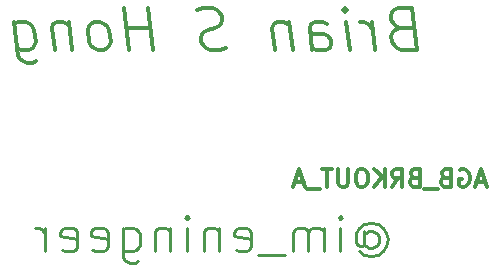
<source format=gbr>
G04 #@! TF.GenerationSoftware,KiCad,Pcbnew,5.1.5-52549c5~84~ubuntu18.04.1*
G04 #@! TF.CreationDate,2020-01-08T15:02:31-08:00*
G04 #@! TF.ProjectId,Breakout,42726561-6b6f-4757-942e-6b696361645f,A*
G04 #@! TF.SameCoordinates,Original*
G04 #@! TF.FileFunction,Legend,Bot*
G04 #@! TF.FilePolarity,Positive*
%FSLAX46Y46*%
G04 Gerber Fmt 4.6, Leading zero omitted, Abs format (unit mm)*
G04 Created by KiCad (PCBNEW 5.1.5-52549c5~84~ubuntu18.04.1) date 2020-01-08 15:02:31*
%MOMM*%
%LPD*%
G04 APERTURE LIST*
%ADD10C,0.300000*%
%ADD11C,0.250000*%
G04 APERTURE END LIST*
D10*
X162721714Y-93772800D02*
X162007428Y-93772800D01*
X162864571Y-94201371D02*
X162364571Y-92701371D01*
X161864571Y-94201371D01*
X160578857Y-92772800D02*
X160721714Y-92701371D01*
X160936000Y-92701371D01*
X161150285Y-92772800D01*
X161293142Y-92915657D01*
X161364571Y-93058514D01*
X161436000Y-93344228D01*
X161436000Y-93558514D01*
X161364571Y-93844228D01*
X161293142Y-93987085D01*
X161150285Y-94129942D01*
X160936000Y-94201371D01*
X160793142Y-94201371D01*
X160578857Y-94129942D01*
X160507428Y-94058514D01*
X160507428Y-93558514D01*
X160793142Y-93558514D01*
X159364571Y-93415657D02*
X159150285Y-93487085D01*
X159078857Y-93558514D01*
X159007428Y-93701371D01*
X159007428Y-93915657D01*
X159078857Y-94058514D01*
X159150285Y-94129942D01*
X159293142Y-94201371D01*
X159864571Y-94201371D01*
X159864571Y-92701371D01*
X159364571Y-92701371D01*
X159221714Y-92772800D01*
X159150285Y-92844228D01*
X159078857Y-92987085D01*
X159078857Y-93129942D01*
X159150285Y-93272800D01*
X159221714Y-93344228D01*
X159364571Y-93415657D01*
X159864571Y-93415657D01*
X158721714Y-94344228D02*
X157578857Y-94344228D01*
X156721714Y-93415657D02*
X156507428Y-93487085D01*
X156436000Y-93558514D01*
X156364571Y-93701371D01*
X156364571Y-93915657D01*
X156436000Y-94058514D01*
X156507428Y-94129942D01*
X156650285Y-94201371D01*
X157221714Y-94201371D01*
X157221714Y-92701371D01*
X156721714Y-92701371D01*
X156578857Y-92772800D01*
X156507428Y-92844228D01*
X156436000Y-92987085D01*
X156436000Y-93129942D01*
X156507428Y-93272800D01*
X156578857Y-93344228D01*
X156721714Y-93415657D01*
X157221714Y-93415657D01*
X154864571Y-94201371D02*
X155364571Y-93487085D01*
X155721714Y-94201371D02*
X155721714Y-92701371D01*
X155150285Y-92701371D01*
X155007428Y-92772800D01*
X154936000Y-92844228D01*
X154864571Y-92987085D01*
X154864571Y-93201371D01*
X154936000Y-93344228D01*
X155007428Y-93415657D01*
X155150285Y-93487085D01*
X155721714Y-93487085D01*
X154221714Y-94201371D02*
X154221714Y-92701371D01*
X153364571Y-94201371D02*
X154007428Y-93344228D01*
X153364571Y-92701371D02*
X154221714Y-93558514D01*
X152436000Y-92701371D02*
X152150285Y-92701371D01*
X152007428Y-92772800D01*
X151864571Y-92915657D01*
X151793142Y-93201371D01*
X151793142Y-93701371D01*
X151864571Y-93987085D01*
X152007428Y-94129942D01*
X152150285Y-94201371D01*
X152436000Y-94201371D01*
X152578857Y-94129942D01*
X152721714Y-93987085D01*
X152793142Y-93701371D01*
X152793142Y-93201371D01*
X152721714Y-92915657D01*
X152578857Y-92772800D01*
X152436000Y-92701371D01*
X151150285Y-92701371D02*
X151150285Y-93915657D01*
X151078857Y-94058514D01*
X151007428Y-94129942D01*
X150864571Y-94201371D01*
X150578857Y-94201371D01*
X150436000Y-94129942D01*
X150364571Y-94058514D01*
X150293142Y-93915657D01*
X150293142Y-92701371D01*
X149793142Y-92701371D02*
X148936000Y-92701371D01*
X149364571Y-94201371D02*
X149364571Y-92701371D01*
X148793142Y-94344228D02*
X147650285Y-94344228D01*
X147364571Y-93772800D02*
X146650285Y-93772800D01*
X147507428Y-94201371D02*
X147007428Y-92701371D01*
X146507428Y-94201371D01*
X155552500Y-80750000D02*
X155073333Y-80916666D01*
X154927500Y-81083333D01*
X154802500Y-81416666D01*
X154865000Y-81916666D01*
X155073333Y-82250000D01*
X155260833Y-82416666D01*
X155615000Y-82583333D01*
X156948333Y-82583333D01*
X156510833Y-79083333D01*
X155344166Y-79083333D01*
X155031666Y-79250000D01*
X154885833Y-79416666D01*
X154760833Y-79750000D01*
X154802500Y-80083333D01*
X155010833Y-80416666D01*
X155198333Y-80583333D01*
X155552500Y-80750000D01*
X156719166Y-80750000D01*
X153448333Y-82583333D02*
X153156666Y-80250000D01*
X153240000Y-80916666D02*
X153031666Y-80583333D01*
X152844166Y-80416666D01*
X152490000Y-80250000D01*
X152156666Y-80250000D01*
X151281666Y-82583333D02*
X150990000Y-80250000D01*
X150844166Y-79083333D02*
X151031666Y-79250000D01*
X150885833Y-79416666D01*
X150698333Y-79250000D01*
X150844166Y-79083333D01*
X150885833Y-79416666D01*
X148115000Y-82583333D02*
X147885833Y-80750000D01*
X148010833Y-80416666D01*
X148323333Y-80250000D01*
X148990000Y-80250000D01*
X149344166Y-80416666D01*
X148094166Y-82416666D02*
X148448333Y-82583333D01*
X149281666Y-82583333D01*
X149594166Y-82416666D01*
X149719166Y-82083333D01*
X149677500Y-81750000D01*
X149469166Y-81416666D01*
X149115000Y-81250000D01*
X148281666Y-81250000D01*
X147927500Y-81083333D01*
X146156666Y-80250000D02*
X146448333Y-82583333D01*
X146198333Y-80583333D02*
X146010833Y-80416666D01*
X145656666Y-80250000D01*
X145156666Y-80250000D01*
X144844166Y-80416666D01*
X144719166Y-80750000D01*
X144948333Y-82583333D01*
X140760833Y-82416666D02*
X140281666Y-82583333D01*
X139448333Y-82583333D01*
X139094166Y-82416666D01*
X138906666Y-82250000D01*
X138698333Y-81916666D01*
X138656666Y-81583333D01*
X138781666Y-81250000D01*
X138927500Y-81083333D01*
X139240000Y-80916666D01*
X139885833Y-80750000D01*
X140198333Y-80583333D01*
X140344166Y-80416666D01*
X140469166Y-80083333D01*
X140427500Y-79750000D01*
X140219166Y-79416666D01*
X140031666Y-79250000D01*
X139677500Y-79083333D01*
X138844166Y-79083333D01*
X138365000Y-79250000D01*
X134615000Y-82583333D02*
X134177500Y-79083333D01*
X134385833Y-80750000D02*
X132385833Y-80750000D01*
X132615000Y-82583333D02*
X132177500Y-79083333D01*
X130448333Y-82583333D02*
X130760833Y-82416666D01*
X130906666Y-82250000D01*
X131031666Y-81916666D01*
X130906666Y-80916666D01*
X130698333Y-80583333D01*
X130510833Y-80416666D01*
X130156666Y-80250000D01*
X129656666Y-80250000D01*
X129344166Y-80416666D01*
X129198333Y-80583333D01*
X129073333Y-80916666D01*
X129198333Y-81916666D01*
X129406666Y-82250000D01*
X129594166Y-82416666D01*
X129948333Y-82583333D01*
X130448333Y-82583333D01*
X127490000Y-80250000D02*
X127781666Y-82583333D01*
X127531666Y-80583333D02*
X127344166Y-80416666D01*
X126990000Y-80250000D01*
X126490000Y-80250000D01*
X126177500Y-80416666D01*
X126052500Y-80750000D01*
X126281666Y-82583333D01*
X122823333Y-80250000D02*
X123177500Y-83083333D01*
X123385833Y-83416666D01*
X123573333Y-83583333D01*
X123927500Y-83750000D01*
X124427500Y-83750000D01*
X124740000Y-83583333D01*
X123094166Y-82416666D02*
X123448333Y-82583333D01*
X124115000Y-82583333D01*
X124427500Y-82416666D01*
X124573333Y-82250000D01*
X124698333Y-81916666D01*
X124573333Y-80916666D01*
X124365000Y-80583333D01*
X124177500Y-80416666D01*
X123823333Y-80250000D01*
X123156666Y-80250000D01*
X122844166Y-80416666D01*
D11*
X152485714Y-98228571D02*
X152628571Y-98085714D01*
X152914285Y-97942857D01*
X153200000Y-97942857D01*
X153485714Y-98085714D01*
X153628571Y-98228571D01*
X153771428Y-98514285D01*
X153771428Y-98800000D01*
X153628571Y-99085714D01*
X153485714Y-99228571D01*
X153200000Y-99371428D01*
X152914285Y-99371428D01*
X152628571Y-99228571D01*
X152485714Y-99085714D01*
X152485714Y-97942857D02*
X152485714Y-99085714D01*
X152342857Y-99228571D01*
X152200000Y-99228571D01*
X151914285Y-99085714D01*
X151771428Y-98800000D01*
X151771428Y-98085714D01*
X152057142Y-97657142D01*
X152485714Y-97371428D01*
X153057142Y-97228571D01*
X153628571Y-97371428D01*
X154057142Y-97657142D01*
X154342857Y-98085714D01*
X154485714Y-98657142D01*
X154342857Y-99228571D01*
X154057142Y-99657142D01*
X153628571Y-99942857D01*
X153057142Y-100085714D01*
X152485714Y-99942857D01*
X152057142Y-99657142D01*
X150485714Y-99657142D02*
X150485714Y-97657142D01*
X150485714Y-96657142D02*
X150628571Y-96800000D01*
X150485714Y-96942857D01*
X150342857Y-96800000D01*
X150485714Y-96657142D01*
X150485714Y-96942857D01*
X149057142Y-99657142D02*
X149057142Y-97657142D01*
X149057142Y-97942857D02*
X148914285Y-97800000D01*
X148628571Y-97657142D01*
X148200000Y-97657142D01*
X147914285Y-97800000D01*
X147771428Y-98085714D01*
X147771428Y-99657142D01*
X147771428Y-98085714D02*
X147628571Y-97800000D01*
X147342857Y-97657142D01*
X146914285Y-97657142D01*
X146628571Y-97800000D01*
X146485714Y-98085714D01*
X146485714Y-99657142D01*
X145771428Y-99942857D02*
X143485714Y-99942857D01*
X141628571Y-99514285D02*
X141914285Y-99657142D01*
X142485714Y-99657142D01*
X142771428Y-99514285D01*
X142914285Y-99228571D01*
X142914285Y-98085714D01*
X142771428Y-97800000D01*
X142485714Y-97657142D01*
X141914285Y-97657142D01*
X141628571Y-97800000D01*
X141485714Y-98085714D01*
X141485714Y-98371428D01*
X142914285Y-98657142D01*
X140200000Y-97657142D02*
X140200000Y-99657142D01*
X140200000Y-97942857D02*
X140057142Y-97800000D01*
X139771428Y-97657142D01*
X139342857Y-97657142D01*
X139057142Y-97800000D01*
X138914285Y-98085714D01*
X138914285Y-99657142D01*
X137485714Y-99657142D02*
X137485714Y-97657142D01*
X137485714Y-96657142D02*
X137628571Y-96800000D01*
X137485714Y-96942857D01*
X137342857Y-96800000D01*
X137485714Y-96657142D01*
X137485714Y-96942857D01*
X136057142Y-97657142D02*
X136057142Y-99657142D01*
X136057142Y-97942857D02*
X135914285Y-97800000D01*
X135628571Y-97657142D01*
X135200000Y-97657142D01*
X134914285Y-97800000D01*
X134771428Y-98085714D01*
X134771428Y-99657142D01*
X132057142Y-97657142D02*
X132057142Y-100085714D01*
X132199999Y-100371428D01*
X132342857Y-100514285D01*
X132628571Y-100657142D01*
X133057142Y-100657142D01*
X133342857Y-100514285D01*
X132057142Y-99514285D02*
X132342857Y-99657142D01*
X132914285Y-99657142D01*
X133199999Y-99514285D01*
X133342857Y-99371428D01*
X133485714Y-99085714D01*
X133485714Y-98228571D01*
X133342857Y-97942857D01*
X133199999Y-97800000D01*
X132914285Y-97657142D01*
X132342857Y-97657142D01*
X132057142Y-97800000D01*
X129485714Y-99514285D02*
X129771428Y-99657142D01*
X130342857Y-99657142D01*
X130628571Y-99514285D01*
X130771428Y-99228571D01*
X130771428Y-98085714D01*
X130628571Y-97800000D01*
X130342857Y-97657142D01*
X129771428Y-97657142D01*
X129485714Y-97800000D01*
X129342857Y-98085714D01*
X129342857Y-98371428D01*
X130771428Y-98657142D01*
X126914285Y-99514285D02*
X127199999Y-99657142D01*
X127771428Y-99657142D01*
X128057142Y-99514285D01*
X128199999Y-99228571D01*
X128199999Y-98085714D01*
X128057142Y-97800000D01*
X127771428Y-97657142D01*
X127199999Y-97657142D01*
X126914285Y-97800000D01*
X126771428Y-98085714D01*
X126771428Y-98371428D01*
X128199999Y-98657142D01*
X125485714Y-99657142D02*
X125485714Y-97657142D01*
X125485714Y-98228571D02*
X125342857Y-97942857D01*
X125199999Y-97800000D01*
X124914285Y-97657142D01*
X124628571Y-97657142D01*
M02*

</source>
